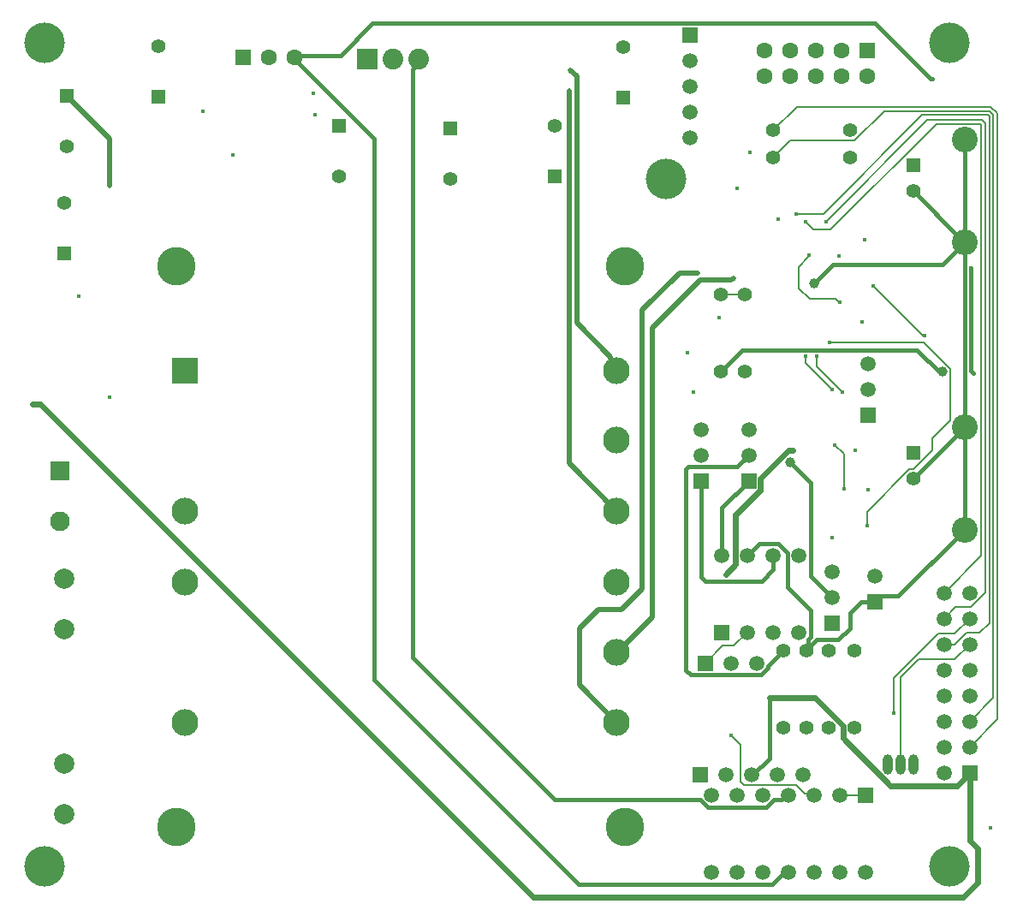
<source format=gbl>
G04*
G04 #@! TF.GenerationSoftware,Altium Limited,Altium Designer,20.1.14 (287)*
G04*
G04 Layer_Physical_Order=4*
G04 Layer_Color=16711680*
%FSLAX25Y25*%
%MOIN*%
G70*
G04*
G04 #@! TF.SameCoordinates,AD96D815-87A0-4BF7-847C-790837316B47*
G04*
G04*
G04 #@! TF.FilePolarity,Positive*
G04*
G01*
G75*
%ADD10C,0.00787*%
%ADD12C,0.02362*%
%ADD13C,0.01968*%
%ADD15C,0.01575*%
%ADD58C,0.08071*%
%ADD59R,0.08071X0.08071*%
%ADD67C,0.07874*%
%ADD92C,0.00400*%
%ADD96C,0.05906*%
%ADD97R,0.05906X0.05906*%
%ADD98R,0.05906X0.05906*%
%ADD99R,0.10394X0.10394*%
%ADD100C,0.10394*%
%ADD101C,0.14961*%
%ADD102C,0.05512*%
%ADD103R,0.05512X0.05512*%
%ADD104R,0.06299X0.06299*%
%ADD105C,0.06299*%
%ADD106O,0.03937X0.07874*%
%ADD107O,0.03937X0.07874*%
%ADD108C,0.10039*%
%ADD109R,0.06299X0.06299*%
%ADD110C,0.06299*%
%ADD111C,0.07677*%
%ADD112R,0.07677X0.07677*%
%ADD113C,0.15748*%
%ADD114C,0.01772*%
%ADD115C,0.03937*%
%ADD137C,0.01500*%
D10*
X302500Y45500D02*
X305864Y42136D01*
X280724Y46776D02*
X282000Y45500D01*
X302500D01*
X308864Y42136D02*
X309500Y41500D01*
X305864Y42136D02*
X308864D01*
X280724Y46776D02*
Y61276D01*
X277000Y65000D02*
X280724Y61276D01*
X343000Y87500D02*
X350000Y94500D01*
X340500Y87245D02*
X357724Y104469D01*
X343000Y53500D02*
Y87500D01*
X340500Y73500D02*
Y87245D01*
X350000Y94500D02*
X364178D01*
X330000Y146500D02*
Y152070D01*
X346530Y168600D01*
X348184D01*
X355473Y175889D01*
Y180745D01*
X362362Y187634D01*
Y207686D01*
X352048Y218000D02*
X362362Y207686D01*
X315500Y218000D02*
X352048D01*
X319500Y41500D02*
X329500D01*
X278290Y99790D02*
X283500Y105000D01*
X273790Y99790D02*
X278290D01*
X267000Y93000D02*
X273790Y99790D01*
X310500Y208500D02*
X320500Y198500D01*
X310500Y208500D02*
Y212500D01*
X306000Y210000D02*
X316500Y199500D01*
X306000Y210000D02*
Y212564D01*
X352312Y220688D02*
X352500Y220500D01*
X351682Y220688D02*
X352312D01*
X332370Y240000D02*
X351682Y220688D01*
X321000Y161000D02*
Y174500D01*
X317500Y178000D02*
X321000Y174500D01*
X273000Y236500D02*
X282500D01*
X293500Y290000D02*
X300050Y296550D01*
X325136D01*
X370000Y70322D02*
X379262Y79585D01*
Y306483D01*
X377658Y308087D02*
X379262Y306483D01*
X336673Y308087D02*
X377658D01*
X325136Y296550D02*
X336673Y308087D01*
X293500Y300500D02*
X302675Y309675D01*
X378315D01*
X380850Y307140D01*
Y71172D02*
Y307140D01*
X370000Y60322D02*
X380850Y71172D01*
X307675Y234825D02*
X317909D01*
X303500Y239000D02*
Y247291D01*
Y239000D02*
X307675Y234825D01*
X307312Y251812D02*
X307500Y252000D01*
X307312Y251102D02*
Y251812D01*
X303500Y247291D02*
X307312Y251102D01*
X319234Y233500D02*
X319500D01*
X317909Y234825D02*
X319234Y233500D01*
X364146Y104469D02*
X370000Y110322D01*
X357724Y104469D02*
X364146D01*
X374500Y134822D02*
Y302601D01*
X376087Y120546D02*
Y303258D01*
X377675Y108675D02*
Y305825D01*
X373901Y104901D02*
X377675Y108675D01*
X377000Y306500D02*
X377675Y305825D01*
X351500Y306500D02*
X377000D01*
X313000Y268000D02*
X351500Y306500D01*
X370495Y114953D02*
X376087Y120546D01*
X374696Y304649D02*
X376087Y303258D01*
X360000Y120322D02*
X374500Y134822D01*
X374039Y303062D02*
X374500Y302601D01*
X357013Y303062D02*
X374039D01*
X353649Y304649D02*
X374696D01*
X364178Y94500D02*
X370000Y100322D01*
X314000Y265000D02*
X353649Y304649D01*
X302500Y268000D02*
X313000D01*
X315951Y262000D02*
X357013Y303062D01*
X309000Y262000D02*
X315951D01*
X306000Y265000D02*
X309000Y262000D01*
X368714Y104901D02*
X373901D01*
X364136Y100322D02*
X368714Y104901D01*
X360000Y100322D02*
X364136D01*
X364631Y114953D02*
X370495D01*
X360000Y110322D02*
X364631Y114953D01*
D12*
X292000Y79500D02*
X309800D01*
X320663Y68637D01*
Y63849D02*
Y68637D01*
Y63849D02*
X339123Y45388D01*
X365066D01*
X299442Y176000D02*
X301000D01*
X288534Y165092D02*
X299442Y176000D01*
X288534Y160392D02*
Y165092D01*
X278966Y150825D02*
X288534Y160392D01*
X278966Y131697D02*
Y150825D01*
X275000Y127731D02*
X278966Y131697D01*
X367500Y2000D02*
X373000Y7500D01*
X370000Y24000D02*
X373000Y21000D01*
Y7500D02*
Y21000D01*
X370000Y24000D02*
Y50322D01*
X200000Y2000D02*
X367500D01*
X5000Y194000D02*
X8000D01*
X200000Y2000D01*
X365066Y45388D02*
X370000Y50322D01*
D13*
X35000Y279000D02*
Y297342D01*
X18500Y313843D02*
X35000Y297342D01*
X214000Y170886D02*
X232610Y152276D01*
X232691Y97157D02*
X246580Y111046D01*
Y223664D01*
X265147Y242231D01*
X232610Y97157D02*
X232691D01*
X265147Y242231D02*
X277232D01*
X278000Y243000D01*
X234392Y113892D02*
X242500Y122000D01*
Y230500D02*
X257000Y245000D01*
X242500Y122000D02*
Y230500D01*
X214000Y170886D02*
Y316000D01*
X214580Y323920D02*
X217000Y321500D01*
Y225456D02*
Y321500D01*
X232610Y207000D02*
Y209280D01*
X230239Y211651D02*
X232610Y209280D01*
X230239Y211651D02*
Y212217D01*
X217000Y225456D02*
X230239Y212217D01*
X225392Y113892D02*
X234392D01*
X218000Y84602D02*
X232610Y69992D01*
X218000Y84602D02*
Y106500D01*
X225392Y113892D01*
X257000Y245000D02*
X264000D01*
D15*
X290855Y37000D02*
X293855Y40000D01*
X265145D02*
X268145Y37000D01*
X290855D01*
X293855Y40000D02*
X296828D01*
X208500D02*
X265145D01*
X153139Y95361D02*
X208500Y40000D01*
X298328Y41500D02*
X299500D01*
X296828Y40000D02*
X298328Y41500D01*
X292000Y56000D02*
Y79500D01*
X285500Y49500D02*
X292000Y56000D01*
X217927Y6960D02*
X293073D01*
X298671Y10671D02*
X299500Y11500D01*
X296785Y10671D02*
X298671D01*
X293073Y6960D02*
X296785Y10671D01*
X138250Y86637D02*
X217927Y6960D01*
X107637Y329637D02*
X125137D01*
X107000Y328387D02*
Y329000D01*
X138250Y86637D02*
Y297137D01*
X125137Y329637D02*
X137637Y342137D01*
X107000Y328387D02*
X138250Y297137D01*
X333250Y342137D02*
X354849Y320538D01*
X355462D01*
X137637Y342137D02*
X333250D01*
X107000Y329000D02*
X107637Y329637D01*
X355462Y320538D02*
X355500Y320500D01*
X153139Y95361D02*
Y324275D01*
X155480Y326616D02*
Y328374D01*
X153139Y324275D02*
X155480Y326616D01*
X370500Y207000D02*
X371500Y206000D01*
X370500Y207000D02*
Y247000D01*
D58*
X155480Y328374D02*
D03*
X145500D02*
D03*
D59*
X135520D02*
D03*
D67*
X17500Y125843D02*
D03*
Y106157D02*
D03*
Y54000D02*
D03*
Y34315D02*
D03*
D92*
X285000Y49500D02*
X285500D01*
D96*
X305000D02*
D03*
X295000D02*
D03*
X285000D02*
D03*
X275000D02*
D03*
X269500Y11500D02*
D03*
X279500D02*
D03*
X289500D02*
D03*
X299500D02*
D03*
X309500D02*
D03*
X319500D02*
D03*
X329500D02*
D03*
X269500Y41500D02*
D03*
X279500D02*
D03*
X289500D02*
D03*
X299500D02*
D03*
X309500D02*
D03*
X319500D02*
D03*
X277000Y93000D02*
D03*
X287000D02*
D03*
X330500Y199500D02*
D03*
Y209500D02*
D03*
X261000Y327500D02*
D03*
Y317500D02*
D03*
Y307500D02*
D03*
Y297500D02*
D03*
X360000Y50322D02*
D03*
X370000Y60322D02*
D03*
X360000D02*
D03*
X370000Y70322D02*
D03*
X360000D02*
D03*
X370000Y80322D02*
D03*
X360000D02*
D03*
X370000Y90322D02*
D03*
X360000D02*
D03*
X370000Y100322D02*
D03*
X360000D02*
D03*
X370000Y110322D02*
D03*
X360000D02*
D03*
X370000Y120322D02*
D03*
X360000D02*
D03*
X333000Y127000D02*
D03*
X284000Y184000D02*
D03*
Y174000D02*
D03*
X265500Y184000D02*
D03*
Y174000D02*
D03*
X303500Y135000D02*
D03*
X316500Y118442D02*
D03*
Y128442D02*
D03*
X293500Y135000D02*
D03*
X283500D02*
D03*
X273500D02*
D03*
X303500Y105000D02*
D03*
X293500D02*
D03*
X283500D02*
D03*
D97*
X265000Y49500D02*
D03*
X267000Y93000D02*
D03*
D98*
X329500Y41500D02*
D03*
X330500Y189500D02*
D03*
X261000Y337500D02*
D03*
X370000Y50322D02*
D03*
X333000Y117000D02*
D03*
X284000Y164000D02*
D03*
X265500D02*
D03*
X273500Y105000D02*
D03*
X316500Y108442D02*
D03*
D99*
X64500Y207000D02*
D03*
D100*
X232610D02*
D03*
X64500Y152276D02*
D03*
Y124717D02*
D03*
X232610Y152276D02*
D03*
Y124717D02*
D03*
Y69992D02*
D03*
X64500D02*
D03*
X232610Y179835D02*
D03*
Y97157D02*
D03*
D101*
X61154Y29244D02*
D03*
X235957D02*
D03*
Y247748D02*
D03*
X61154D02*
D03*
D102*
X124500Y282500D02*
D03*
X167657Y281658D02*
D03*
X235000Y332842D02*
D03*
X208500Y302185D02*
D03*
X17500Y272343D02*
D03*
X18500Y294158D02*
D03*
X54000Y333343D02*
D03*
X325000Y68000D02*
D03*
Y98000D02*
D03*
X348000Y276849D02*
D03*
Y165050D02*
D03*
X323500Y290000D02*
D03*
X293500D02*
D03*
X293500Y300500D02*
D03*
X323500D02*
D03*
X282500Y206500D02*
D03*
X315167Y98000D02*
D03*
Y68000D02*
D03*
X306333D02*
D03*
Y98000D02*
D03*
X273000Y206500D02*
D03*
Y236500D02*
D03*
X282500D02*
D03*
X297500Y98000D02*
D03*
Y68000D02*
D03*
D103*
X124500Y302185D02*
D03*
X167657Y301343D02*
D03*
X235000Y313158D02*
D03*
X208500Y282500D02*
D03*
X17500Y252657D02*
D03*
X18500Y313843D02*
D03*
X54000Y313657D02*
D03*
X348000Y286848D02*
D03*
Y175050D02*
D03*
D104*
X87000Y329000D02*
D03*
D105*
X97000D02*
D03*
X107000D02*
D03*
D106*
X348000Y53500D02*
D03*
X338000D02*
D03*
D107*
X343000D02*
D03*
D108*
X368000Y296849D02*
D03*
Y256849D02*
D03*
Y185050D02*
D03*
Y145050D02*
D03*
D109*
X330000Y331471D02*
D03*
D110*
Y321472D02*
D03*
X320000Y331471D02*
D03*
Y321472D02*
D03*
X310000Y331471D02*
D03*
Y321472D02*
D03*
X300000Y331471D02*
D03*
X290000D02*
D03*
X300000Y321472D02*
D03*
X290000D02*
D03*
D111*
X15728Y148157D02*
D03*
D112*
Y167842D02*
D03*
D113*
X9843Y334646D02*
D03*
X251969Y281496D02*
D03*
X362205Y13780D02*
D03*
Y334646D02*
D03*
X9843Y13780D02*
D03*
D114*
X340500Y73500D02*
D03*
X315500Y218000D02*
D03*
X330500Y160500D02*
D03*
X292000Y79500D02*
D03*
X310500Y212500D02*
D03*
X320500Y198500D02*
D03*
X306000Y212564D02*
D03*
X316500Y199500D02*
D03*
X325500Y176000D02*
D03*
X328000Y226000D02*
D03*
X352500Y220500D02*
D03*
X301000Y176000D02*
D03*
X321000Y161000D02*
D03*
X316500Y142000D02*
D03*
X330000Y146500D02*
D03*
X284500Y292000D02*
D03*
X214000Y316000D02*
D03*
X262500Y198500D02*
D03*
X272500Y227500D02*
D03*
X260000Y214000D02*
D03*
X279500Y278000D02*
D03*
X319500Y233500D02*
D03*
X378000Y29000D02*
D03*
X275000Y127731D02*
D03*
X295500Y266000D02*
D03*
X307500Y252000D02*
D03*
X319000Y251500D02*
D03*
X329000Y258000D02*
D03*
X35000Y196500D02*
D03*
X23000Y236000D02*
D03*
X71500Y308000D02*
D03*
X83000Y291000D02*
D03*
X114500Y315000D02*
D03*
X115000Y306500D02*
D03*
X35000Y279000D02*
D03*
X5000Y194000D02*
D03*
X214580Y323920D02*
D03*
X277000Y65000D02*
D03*
X278000Y243000D02*
D03*
X355500Y320500D02*
D03*
X371500Y206000D02*
D03*
X370500Y247000D02*
D03*
X264000Y245000D02*
D03*
X317500Y178000D02*
D03*
X332370Y240000D02*
D03*
X302500Y268000D02*
D03*
X306000Y265000D02*
D03*
X314000D02*
D03*
D115*
X300000Y171397D02*
D03*
X359500Y206500D02*
D03*
X309500Y241000D02*
D03*
D137*
X261500Y88500D02*
X263402D01*
X263405Y88497D01*
X288865D01*
X259648Y90352D02*
X261500Y88500D01*
X288865Y88497D02*
X291503Y91135D01*
Y92003D01*
X297500Y98000D01*
X259648Y90352D02*
Y168619D01*
X349500Y215000D02*
X358000Y206500D01*
X273000D02*
X281500Y215000D01*
X349500D01*
X300000Y171397D02*
X308062Y163336D01*
Y126881D02*
Y163336D01*
Y126881D02*
X316500Y118442D01*
X298997Y122638D02*
Y135871D01*
Y122638D02*
X308003Y113632D01*
Y103135D02*
Y113632D01*
X323350Y112553D02*
X327797Y117000D01*
X323350Y106753D02*
Y112553D01*
X318903Y102306D02*
X323350Y106753D01*
X310639Y102306D02*
X318903D01*
X307101Y98768D02*
X310639Y102306D01*
X333000Y117000D02*
X335203Y119203D01*
X342153D01*
X368000Y145050D01*
X327797Y117000D02*
X333000D01*
X358000Y206500D02*
X359500D01*
X309500Y241000D02*
X316840Y248340D01*
X359492D01*
X366576Y255424D01*
Y258273D01*
X368000Y185050D02*
Y256849D01*
X366576Y255424D02*
X368000Y256849D01*
X348000Y165050D02*
X368000Y185050D01*
Y145050D02*
Y185050D01*
X306333Y98000D02*
X307101Y98768D01*
Y102233D01*
X308003Y103135D01*
X348000Y276849D02*
Y276849D01*
Y276849D02*
X366576Y258273D01*
X368000Y256849D02*
Y296849D01*
X279497Y169497D02*
X284000Y174000D01*
X260527Y169497D02*
X279497D01*
X259648Y168619D02*
X260527Y169497D01*
X273500Y153500D02*
X284000Y164000D01*
X273500Y135000D02*
Y153500D01*
X295365Y139503D02*
X298997Y135871D01*
X288003Y139503D02*
X295365D01*
X283500Y135000D02*
X288003Y139503D01*
X293500Y129500D02*
Y135000D01*
X289000Y125000D02*
X293500Y129500D01*
X265500Y126500D02*
X267000Y125000D01*
X289000D01*
X265500Y126500D02*
Y164000D01*
M02*

</source>
